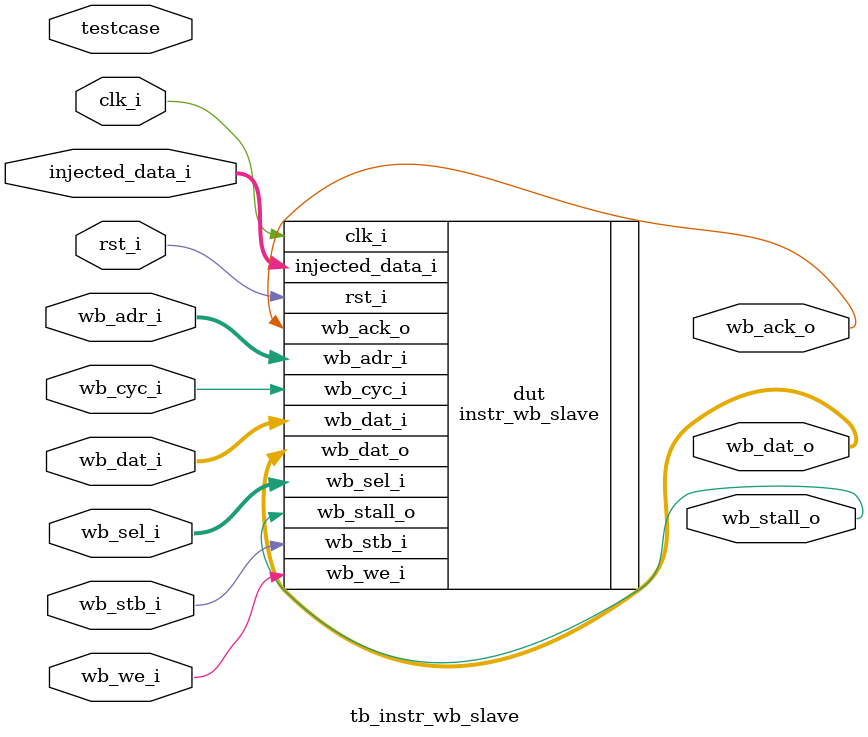
<source format=sv>
/*           __        _
 *  ________/ /  ___ _(_)__  ___
 * / __/ __/ _ \/ _ `/ / _ \/ -_)
 * \__/\__/_//_/\_,_/_/_//_/\__/
 * 
 * Copyright (C) Clément Chaine
 * This file is part of ECAP5-DTLIB <https://github.com/cchaine/ECAP5-DTLIB>
 *
 * ECAP5-DTLIB is free software: you can redistribute it and/or modify
 * it under the terms of the GNU General Public License as published by
 * the Free Software Foundation, either version 3 of the License, or
 * (at your option) any later version.
 *
 * ECAP5-DTLIB is distributed in the hope that it will be useful,
 * but WITHOUT ANY WARRANTY; without even the implied warranty of
 * MERCHANTABILITY or FITNESS FOR A PARTICULAR PURPOSE.  See the
 * GNU General Public License for more details.
 *
 * You should have received a copy of the GNU General Public License
 * along with ECAP5-DTLIB.  If not, see <http://www.gnu.org/licenses/>.
 */

module tb_instr_wb_slave (
  input   logic[31:0]  testcase,

  input   logic        clk_i,
  input   logic        rst_i,

  //=================================
  //    Wishbone interface 
  
  input   logic[31:0]  wb_adr_i,
  output  logic[31:0]  wb_dat_o,
  input   logic[31:0]  wb_dat_i,
  input   logic        wb_we_i,
  input   logic[3:0]   wb_sel_i,
  input   logic        wb_stb_i,
  output  logic        wb_ack_o,
  input   logic        wb_cyc_i,
  output  logic        wb_stall_o,

  //=================================
  //    Instrumentation interface
  
  input   logic[31:0]  injected_data_i
);

instr_wb_slave dut (
  .clk_i            (clk_i),
  .rst_i            (rst_i),
  .wb_adr_i         (wb_adr_i),
  .wb_dat_o         (wb_dat_o),
  .wb_dat_i         (wb_dat_i),
  .wb_we_i          (wb_we_i),
  .wb_sel_i         (wb_sel_i),
  .wb_stb_i         (wb_stb_i),
  .wb_ack_o         (wb_ack_o),
  .wb_cyc_i         (wb_cyc_i),
  .wb_stall_o       (wb_stall_o),
  .injected_data_i  (injected_data_i)
);

endmodule // tb_instr_wb_slave

</source>
